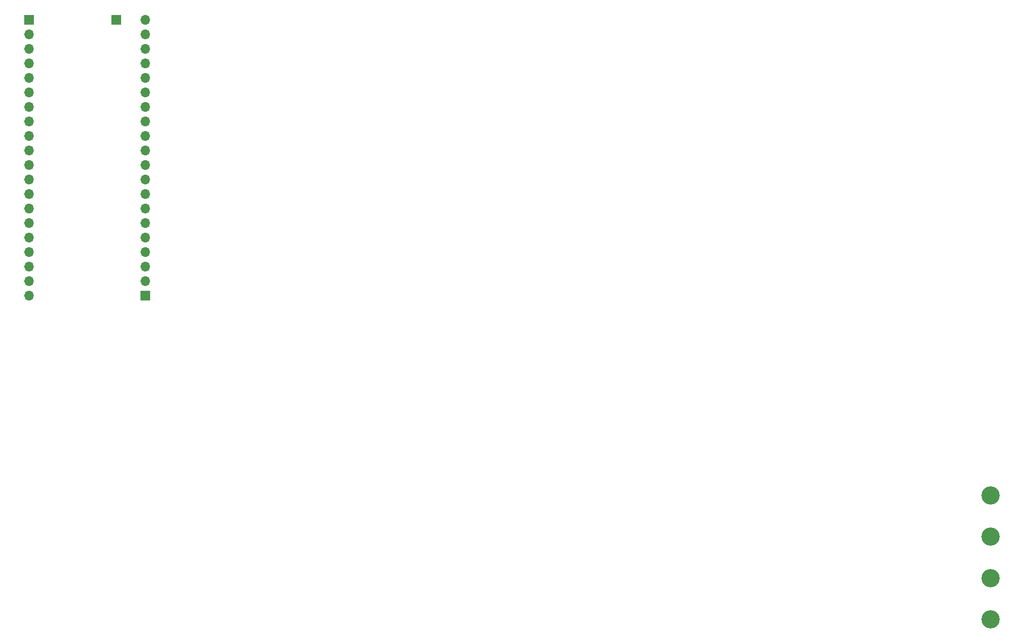
<source format=gbr>
%TF.GenerationSoftware,KiCad,Pcbnew,7.0.10*%
%TF.CreationDate,2024-01-15T01:50:30-05:00*%
%TF.ProjectId,Keyboard-connector-breakout,4b657962-6f61-4726-942d-636f6e6e6563,rev?*%
%TF.SameCoordinates,Original*%
%TF.FileFunction,Soldermask,Bot*%
%TF.FilePolarity,Negative*%
%FSLAX46Y46*%
G04 Gerber Fmt 4.6, Leading zero omitted, Abs format (unit mm)*
G04 Created by KiCad (PCBNEW 7.0.10) date 2024-01-15 01:50:30*
%MOMM*%
%LPD*%
G01*
G04 APERTURE LIST*
%ADD10C,3.200000*%
%ADD11R,1.700000X1.700000*%
%ADD12O,1.700000X1.700000*%
G04 APERTURE END LIST*
D10*
%TO.C,H3*%
X157900000Y-73540000D03*
%TD*%
D11*
%TO.C,J4*%
X5080000Y24130000D03*
%TD*%
D10*
%TO.C,H2*%
X157900000Y-66290000D03*
%TD*%
%TO.C,H1*%
X157900000Y-59040000D03*
%TD*%
D11*
%TO.C,J3*%
X10160000Y-24130000D03*
D12*
X10160000Y-21590000D03*
X10160000Y-19050000D03*
X10160000Y-16510000D03*
X10160000Y-13970000D03*
X10160000Y-11430000D03*
X10160000Y-8890000D03*
X10160000Y-6350000D03*
X10160000Y-3810000D03*
X10160000Y-1270000D03*
X10160000Y1270000D03*
X10160000Y3810000D03*
X10160000Y6350000D03*
X10160000Y8890000D03*
X10160000Y11430000D03*
X10160000Y13970000D03*
X10160000Y16510000D03*
X10160000Y19050000D03*
X10160000Y21590000D03*
X10160000Y24130000D03*
%TD*%
D10*
%TO.C,H4*%
X157900000Y-80790000D03*
%TD*%
D11*
%TO.C,J2*%
X-10160000Y24130000D03*
D12*
X-10160000Y21590000D03*
X-10160000Y19050000D03*
X-10160000Y16510000D03*
X-10160000Y13970000D03*
X-10160000Y11430000D03*
X-10160000Y8890000D03*
X-10160000Y6350000D03*
X-10160000Y3810000D03*
X-10160000Y1270000D03*
X-10160000Y-1270000D03*
X-10160000Y-3810000D03*
X-10160000Y-6350000D03*
X-10160000Y-8890000D03*
X-10160000Y-11430000D03*
X-10160000Y-13970000D03*
X-10160000Y-16510000D03*
X-10160000Y-19050000D03*
X-10160000Y-21590000D03*
X-10160000Y-24130000D03*
%TD*%
M02*

</source>
